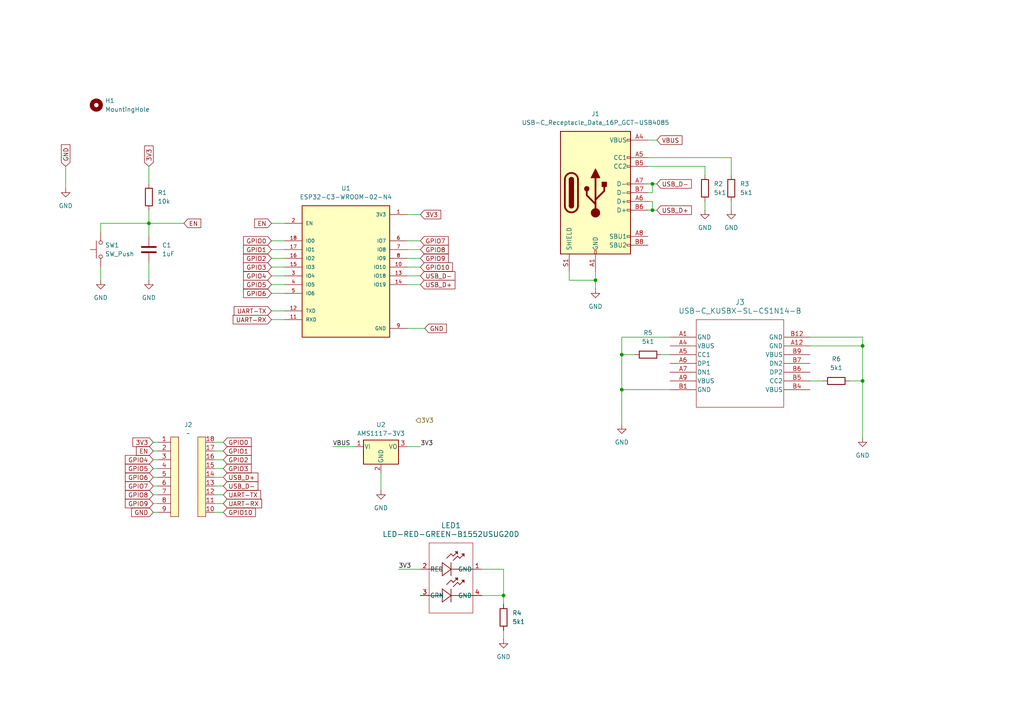
<source format=kicad_sch>
(kicad_sch (version 20231120) (generator "eeschema") (generator_version "8.0")
  (paper "A4")
  (lib_symbols
    (symbol "Alexander Symbol Library:ESP32-C3-WROOM-02-N4" (pin_names (offset 1.016))
      (property "Reference" "U" (at -12.7 21.082 0))
      (property "Value" "ESP32-C3-WROOM-02-N4" (at -13.208 -19.05 0))
      (symbol "ESP32-C3-WROOM-02-N4_0_0"
        (rectangle (start -12.7 20.32) (end 12.7 -17.78) (stroke (width 0.254)) (fill (type background)))
        (pin power_in line (at 17.78 17.78 180) (length 5.08) (name "3V3") (number "1"))
        (pin bidirectional line (at 17.78 2.54 180) (length 5.08) (name "IO10") (number "10"))
        (pin bidirectional line (at -17.78 -12.7 0) (length 5.08) (name "RXD") (number "11"))
        (pin bidirectional line (at -17.78 -10.16 0) (length 5.08) (name "TXD") (number "12"))
        (pin bidirectional line (at 17.78 0 180) (length 5.08) (name "IO18") (number "13"))
        (pin bidirectional line (at 17.78 -2.54 180) (length 5.08) (name "IO19") (number "14"))
        (pin bidirectional line (at -17.78 2.54 0) (length 5.08) (name "IO3") (number "15"))
        (pin bidirectional line (at -17.78 5.08 0) (length 5.08) (name "IO2") (number "16"))
        (pin bidirectional line (at -17.78 7.62 0) (length 5.08) (name "IO1") (number "17"))
        (pin bidirectional line (at -17.78 10.16 0) (length 5.08) (name "IO0") (number "18"))
        (pin power_in line (at 17.78 -15.24 180) (length 5.08) hide (name "GND__1") (number "19"))
        (pin input line (at -17.78 15.24 0) (length 5.08) (name "EN") (number "2"))
        (pin power_in line (at 17.78 -15.24 180) (length 5.08) hide (name "GND__2") (number "20"))
        (pin power_in line (at 17.78 -15.24 180) (length 5.08) hide (name "GND__3") (number "21"))
        (pin power_in line (at 17.78 -15.24 180) (length 5.08) hide (name "GND__4") (number "22"))
        (pin power_in line (at 17.78 -15.24 180) (length 5.08) hide (name "GND__5") (number "23"))
        (pin power_in line (at 17.78 -15.24 180) (length 5.08) hide (name "GND__6") (number "24"))
        (pin power_in line (at 17.78 -15.24 180) (length 5.08) hide (name "GND__7") (number "25"))
        (pin power_in line (at 17.78 -15.24 180) (length 5.08) hide (name "GND__8") (number "26"))
        (pin power_in line (at 17.78 -15.24 180) (length 5.08) hide (name "GND__9") (number "27"))
        (pin power_in line (at 17.78 -15.24 180) (length 5.08) hide (name "GND__10") (number "28"))
        (pin power_in line (at 17.78 -15.24 180) (length 5.08) hide (name "GND__11") (number "29"))
        (pin bidirectional line (at -17.78 0 0) (length 5.08) (name "IO4") (number "3"))
        (pin power_in line (at 17.78 -15.24 180) (length 5.08) hide (name "GND__12") (number "30"))
        (pin power_in line (at 17.78 -15.24 180) (length 5.08) hide (name "GND__13") (number "31"))
        (pin power_in line (at 17.78 -15.24 180) (length 5.08) hide (name "GND__14") (number "32"))
        (pin power_in line (at 17.78 -15.24 180) (length 5.08) hide (name "GND__15") (number "33"))
        (pin power_in line (at 17.78 -15.24 180) (length 5.08) hide (name "GND__16") (number "34"))
        (pin power_in line (at 17.78 -15.24 180) (length 5.08) hide (name "GND__17") (number "35"))
        (pin power_in line (at 17.78 -15.24 180) (length 5.08) hide (name "GND__18") (number "36"))
        (pin power_in line (at 17.78 -15.24 180) (length 5.08) hide (name "GND__19") (number "37"))
        (pin power_in line (at 17.78 -15.24 180) (length 5.08) hide (name "GND__20") (number "38"))
        (pin power_in line (at 17.78 -15.24 180) (length 5.08) hide (name "GND__21") (number "39"))
        (pin bidirectional line (at -17.78 -2.54 0) (length 5.08) (name "IO5") (number "4"))
        (pin bidirectional line (at -17.78 -5.08 0) (length 5.08) (name "IO6") (number "5"))
        (pin bidirectional line (at 17.78 10.16 180) (length 5.08) (name "IO7") (number "6"))
        (pin bidirectional line (at 17.78 7.62 180) (length 5.08) (name "IO8") (number "7"))
        (pin bidirectional line (at 17.78 5.08 180) (length 5.08) (name "IO9") (number "8"))
        (pin power_in line (at 17.78 -15.24 180) (length 5.08) (name "GND") (number "9"))
      )
    )
    (symbol "Alexander Symbol Library:USB-C_Receptacle_Data_16P_GCT-USB4085" (pin_names (offset 1.016))
      (property "Reference" "J" (at 0 22.225 0))
      (property "Value" "USB-C_Receptacle_Data_16P_GCT-USB4085" (at 0 19.685 0))
      (symbol "USB-C_Receptacle_Data_16P_GCT-USB4085_0_0"
        (rectangle (start -0.254 -17.78) (end 0.254 -16.764))
        (rectangle (start 10.16 -14.986) (end 9.144 -15.494))
        (rectangle (start 10.16 -12.446) (end 9.144 -12.954))
        (rectangle (start 10.16 -4.826) (end 9.144 -5.334))
        (rectangle (start 10.16 -2.286) (end 9.144 -2.794))
        (rectangle (start 10.16 0.254) (end 9.144 -0.254))
        (rectangle (start 10.16 2.794) (end 9.144 2.286))
        (rectangle (start 10.16 7.874) (end 9.144 7.366))
        (rectangle (start 10.16 10.414) (end 9.144 9.906))
        (rectangle (start 10.16 15.494) (end 9.144 14.986))
      )
      (symbol "USB-C_Receptacle_Data_16P_GCT-USB4085_0_1"
        (rectangle (start -10.16 17.78) (end 10.16 -17.78) (stroke (width 0.254)) (fill (type background)))
        (arc (start -8.89 -3.81) (mid -6.985 -5.7067) (end -5.08 -3.81) (stroke (width 0.508)))
        (arc (start -7.62 -3.81) (mid -6.985 -4.4423) (end -6.35 -3.81) (stroke (width 0.254)))
        (arc (start -7.62 -3.81) (mid -6.985 -4.4423) (end -6.35 -3.81) (stroke (width 0.254)) (fill (type outline)))
        (rectangle (start -7.62 -3.81) (end -6.35 3.81) (stroke (width 0.254)) (fill (type outline)))
        (arc (start -6.35 3.81) (mid -6.985 4.4423) (end -7.62 3.81) (stroke (width 0.254)))
        (arc (start -6.35 3.81) (mid -6.985 4.4423) (end -7.62 3.81) (stroke (width 0.254)) (fill (type outline)))
        (arc (start -5.08 3.81) (mid -6.985 5.7067) (end -8.89 3.81) (stroke (width 0.508)))
        (circle (center -2.54 1.143) (radius 0.635) (stroke (width 0.254)) (fill (type outline)))
        (circle (center 0 -5.842) (radius 1.27) (fill (type outline)))
        (polyline (pts (xy -8.89 -3.81) (xy -8.89 3.81)) (stroke (width 0.508)))
        (polyline (pts (xy -5.08 3.81) (xy -5.08 -3.81)) (stroke (width 0.508)))
        (polyline (pts (xy 0 -5.842) (xy 0 4.318)) (stroke (width 0.508)))
        (polyline (pts (xy 0 -3.302) (xy -2.54 -0.762) (xy -2.54 0.508)) (stroke (width 0.508)))
        (polyline (pts (xy 0 -2.032) (xy 2.54 0.508) (xy 2.54 1.778)) (stroke (width 0.508)))
        (polyline (pts (xy -1.27 4.318) (xy 0 6.858) (xy 1.27 4.318) (xy -1.27 4.318)) (stroke (width 0.254)) (fill (type outline)))
        (rectangle (start 1.905 1.778) (end 3.175 3.048) (stroke (width 0.254)) (fill (type outline)))
      )
      (symbol "USB-C_Receptacle_Data_16P_GCT-USB4085_1_1"
        (pin power_in line (at 0 -22.86 90) (length 5.08) (name "GND") (number "A1"))
        (pin power_in line (at 0 -22.86 90) (length 5.08) hide (name "GND") (number "A12"))
        (pin power_out line (at 15.24 15.24 180) (length 5.08) (name "VBUS") (number "A4"))
        (pin bidirectional line (at 15.24 10.16 180) (length 5.08) (name "CC1") (number "A5"))
        (pin bidirectional line (at 15.24 -2.54 180) (length 5.08) (name "D+") (number "A6"))
        (pin bidirectional line (at 15.24 2.54 180) (length 5.08) (name "D-") (number "A7"))
        (pin bidirectional line (at 15.24 -12.7 180) (length 5.08) (name "SBU1") (number "A8"))
        (pin power_out line (at 15.24 15.24 180) (length 5.08) hide (name "VBUS") (number "A9"))
        (pin power_in line (at 0 -22.86 90) (length 5.08) hide (name "GND") (number "B1"))
        (pin power_in line (at 0 -22.86 90) (length 5.08) hide (name "GND") (number "B12"))
        (pin power_out line (at 15.24 15.24 180) (length 5.08) hide (name "VBUS") (number "B4"))
        (pin bidirectional line (at 15.24 7.62 180) (length 5.08) (name "CC2") (number "B5"))
        (pin bidirectional line (at 15.24 -5.08 180) (length 5.08) (name "D+") (number "B6"))
        (pin bidirectional line (at 15.24 0 180) (length 5.08) (name "D-") (number "B7"))
        (pin bidirectional line (at 15.24 -15.24 180) (length 5.08) (name "SBU2") (number "B8"))
        (pin passive line (at 15.24 15.24 180) (length 5.08) hide (name "VBUS") (number "B9"))
        (pin power_in line (at -7.62 -22.86 90) (length 5.08) (name "SHIELD") (number "S1"))
        (pin power_in line (at -7.62 -22.86 90) (length 5.08) hide (name "SHIELD") (number "S2"))
        (pin power_in line (at -7.62 -22.86 90) (length 5.08) hide (name "SHIELD") (number "S3"))
        (pin power_in line (at -7.62 -22.86 90) (length 5.08) hide (name "SHIELD") (number "S4"))
      )
    )
    (symbol "Alexander_Library_Symbols:Conn_ESP32-C3-02x09"
      (property "Reference" "J" (at 0 0 0))
      (symbol "Conn_ESP32-C3-02x09_0_1"
        (rectangle (start -5.08 -2.286) (end -2.794 -25.4) (fill (type background)))
        (rectangle (start 2.794 -2.286) (end 5.08 -25.4) (fill (type background)))
      )
      (symbol "Conn_ESP32-C3-02x09_1_0"
        (pin bidirectional line (at 7.62 -24.13 180) (length 2.54) (name "") (number "10"))
        (pin bidirectional line (at 7.62 -21.59 180) (length 2.54) (name "") (number "11"))
        (pin bidirectional line (at 7.62 -19.05 180) (length 2.54) (name "") (number "12"))
        (pin bidirectional line (at 7.62 -16.51 180) (length 2.54) (name "") (number "13"))
        (pin bidirectional line (at 7.62 -13.97 180) (length 2.54) (name "") (number "14"))
        (pin bidirectional line (at 7.62 -11.43 180) (length 2.54) (name "") (number "15"))
        (pin bidirectional line (at 7.62 -8.89 180) (length 2.54) (name "") (number "16"))
        (pin bidirectional line (at 7.62 -6.35 180) (length 2.54) (name "") (number "17"))
        (pin bidirectional line (at 7.62 -3.81 180) (length 2.54) (name "") (number "18"))
      )
      (symbol "Conn_ESP32-C3-02x09_1_1"
        (pin bidirectional line (at -8.89 -3.81 0) (length 3.81) (name "") (number "1"))
        (pin bidirectional line (at -8.89 -6.35 0) (length 3.81) (name "") (number "2"))
        (pin bidirectional line (at -8.89 -8.89 0) (length 3.81) (name "") (number "3"))
        (pin bidirectional line (at -8.89 -11.43 0) (length 3.81) (name "") (number "4"))
        (pin bidirectional line (at -8.89 -13.97 0) (length 3.81) (name "") (number "5"))
        (pin bidirectional line (at -8.89 -16.51 0) (length 3.81) (name "") (number "6"))
        (pin bidirectional line (at -8.89 -19.05 0) (length 3.81) (name "") (number "7"))
        (pin bidirectional line (at -8.89 -21.59 0) (length 3.81) (name "") (number "8"))
        (pin bidirectional line (at -8.89 -24.13 0) (length 3.81) (name "") (number "9"))
      )
    )
    (symbol "Alexander_Library_Symbols:LED-RED-GREEN-B1552USUG20D" (pin_names (offset 0.254))
      (property "Reference" "LED" (at 8.89 20.955 0))
      (property "Value" "LED-RED-GREEN-B1552USUG20D" (at 8.89 17.78 0))
      (symbol "LED-RED-GREEN-B1552USUG20D_0_1"
        (polyline (pts (xy 2.54 -12.7) (xy 15.24 -12.7)) (stroke (width 0.127)))
        (polyline (pts (xy 2.54 -7.62) (xy 6.0198 -7.62)) (stroke (width 0.2032)))
        (polyline (pts (xy 2.54 0) (xy 6.0198 0)) (stroke (width 0.2032)))
        (polyline (pts (xy 2.54 7.62) (xy 2.54 -12.7)) (stroke (width 0.127)))
        (polyline (pts (xy 5.715 -7.62) (xy 6.35 -7.62)) (stroke (width 0.2032)))
        (polyline (pts (xy 5.715 0) (xy 6.35 0)) (stroke (width 0.2032)))
        (polyline (pts (xy 6.35 -9.525) (xy 8.89 -7.62)) (stroke (width 0.2032)))
        (polyline (pts (xy 6.35 -5.715) (xy 6.35 -9.525)) (stroke (width 0.2032)))
        (polyline (pts (xy 6.35 -1.905) (xy 8.89 0)) (stroke (width 0.2032)))
        (polyline (pts (xy 6.35 1.905) (xy 6.35 -1.905)) (stroke (width 0.2032)))
        (polyline (pts (xy 7.62 -4.445) (xy 8.89 -3.175)) (stroke (width 0.2032)))
        (polyline (pts (xy 7.62 3.175) (xy 8.89 4.445)) (stroke (width 0.2032)))
        (polyline (pts (xy 8.89 -9.525) (xy 8.89 -5.715)) (stroke (width 0.2032)))
        (polyline (pts (xy 8.89 -7.62) (xy 6.35 -5.715)) (stroke (width 0.2032)))
        (polyline (pts (xy 8.89 -7.62) (xy 15.24 -7.62)) (stroke (width 0.2032)))
        (polyline (pts (xy 8.89 -3.175) (xy 9.525 -3.81)) (stroke (width 0.2032)))
        (polyline (pts (xy 8.89 -1.905) (xy 8.89 1.905)) (stroke (width 0.2032)))
        (polyline (pts (xy 8.89 0) (xy 6.35 1.905)) (stroke (width 0.2032)))
        (polyline (pts (xy 8.89 0) (xy 15.24 0)) (stroke (width 0.2032)))
        (polyline (pts (xy 8.89 4.445) (xy 9.525 3.81)) (stroke (width 0.2032)))
        (polyline (pts (xy 9.525 -5.08) (xy 10.795 -3.81)) (stroke (width 0.2032)))
        (polyline (pts (xy 9.525 -3.81) (xy 10.795 -2.54)) (stroke (width 0.2032)))
        (polyline (pts (xy 9.525 2.54) (xy 10.795 3.81)) (stroke (width 0.2032)))
        (polyline (pts (xy 9.525 3.81) (xy 10.795 5.08)) (stroke (width 0.2032)))
        (polyline (pts (xy 10.16 -2.54) (xy 10.795 -3.175)) (stroke (width 0.2032)))
        (polyline (pts (xy 10.16 5.08) (xy 10.795 4.445)) (stroke (width 0.2032)))
        (polyline (pts (xy 10.795 -3.81) (xy 11.43 -4.445)) (stroke (width 0.2032)))
        (polyline (pts (xy 10.795 -3.175) (xy 10.795 -2.54)) (stroke (width 0.2032)))
        (polyline (pts (xy 10.795 -2.54) (xy 10.16 -2.54)) (stroke (width 0.2032)))
        (polyline (pts (xy 10.795 3.81) (xy 11.43 3.175)) (stroke (width 0.2032)))
        (polyline (pts (xy 10.795 4.445) (xy 10.795 5.08)) (stroke (width 0.2032)))
        (polyline (pts (xy 10.795 5.08) (xy 10.16 5.08)) (stroke (width 0.2032)))
        (polyline (pts (xy 11.43 -4.445) (xy 12.7 -3.175)) (stroke (width 0.2032)))
        (polyline (pts (xy 11.43 3.175) (xy 12.7 4.445)) (stroke (width 0.2032)))
        (polyline (pts (xy 12.065 -3.175) (xy 12.7 -3.81)) (stroke (width 0.2032)))
        (polyline (pts (xy 12.065 4.445) (xy 12.7 3.81)) (stroke (width 0.2032)))
        (polyline (pts (xy 12.7 -3.81) (xy 12.7 -3.175)) (stroke (width 0.2032)))
        (polyline (pts (xy 12.7 -3.175) (xy 12.065 -3.175)) (stroke (width 0.2032)))
        (polyline (pts (xy 12.7 3.81) (xy 12.7 4.445)) (stroke (width 0.2032)))
        (polyline (pts (xy 12.7 4.445) (xy 12.065 4.445)) (stroke (width 0.2032)))
        (polyline (pts (xy 15.24 -12.7) (xy 15.24 7.62)) (stroke (width 0.127)))
        (polyline (pts (xy 15.24 7.62) (xy 2.54 7.62)) (stroke (width 0.127)))
        (pin power_in line (at 17.78 0 180) (length 2.54) (name "GND") (number "1"))
        (pin power_out line (at 0 0 0) (length 2.54) (name "RED") (number "2"))
        (pin power_in line (at 0 -7.62 0) (length 2.54) (name "GRN") (number "3"))
        (pin power_out line (at 17.78 -7.62 180) (length 2.54) (name "GND") (number "4"))
      )
    )
    (symbol "Alexander_Library_Symbols:USB-C_KUSBX-SL-CS1N14-B" (pin_names (offset 0.254))
      (property "Reference" "J" (at 20.32 10.16 0))
      (property "Value" "USB-C_KUSBX-SL-CS1N14-B" (at 20.32 7.62 0))
      (symbol "USB-C_KUSBX-SL-CS1N14-B_0_1"
        (polyline (pts (xy 7.62 -20.32) (xy 33.02 -20.32)) (stroke (width 0.127)))
        (polyline (pts (xy 7.62 5.08) (xy 7.62 -20.32)) (stroke (width 0.127)))
        (polyline (pts (xy 33.02 -20.32) (xy 33.02 5.08)) (stroke (width 0.127)))
        (polyline (pts (xy 33.02 5.08) (xy 7.62 5.08)) (stroke (width 0.127)))
        (pin power_out line (at 0 0 0) (length 7.62) (name "GND") (number "A1"))
        (pin power_out line (at 40.64 -2.54 180) (length 7.62) (name "GND") (number "A12"))
        (pin power_in line (at 0 -2.54 0) (length 7.62) (name "VBUS") (number "A4"))
        (pin bidirectional line (at 0 -5.08 0) (length 7.62) (name "CC1") (number "A5"))
        (pin bidirectional line (at 0 -7.62 0) (length 7.62) (name "DP1") (number "A6"))
        (pin bidirectional line (at 0 -10.16 0) (length 7.62) (name "DN1") (number "A7"))
        (pin power_in line (at 0 -12.7 0) (length 7.62) (name "VBUS") (number "A9"))
        (pin power_out line (at 0 -15.24 0) (length 7.62) (name "GND") (number "B1"))
        (pin power_out line (at 40.64 0 180) (length 7.62) (name "GND") (number "B12"))
        (pin power_in line (at 40.64 -15.24 180) (length 7.62) (name "VBUS") (number "B4"))
        (pin bidirectional line (at 40.64 -12.7 180) (length 7.62) (name "CC2") (number "B5"))
        (pin bidirectional line (at 40.64 -10.16 180) (length 7.62) (name "DP2") (number "B6"))
        (pin bidirectional line (at 40.64 -7.62 180) (length 7.62) (name "DN2") (number "B7"))
        (pin power_in line (at 40.64 -5.08 180) (length 7.62) (name "VBUS") (number "B9"))
      )
    )
    (symbol "Device:C" (pin_numbers hide) (pin_names (offset 0.254))
      (property "Reference" "C" (at 0.635 2.54 0))
      (property "Value" "C" (at 0.635 -2.54 0))
      (symbol "C_0_1"
        (polyline (pts (xy -2.032 -0.762) (xy 2.032 -0.762)) (stroke (width 0.508)))
        (polyline (pts (xy -2.032 0.762) (xy 2.032 0.762)) (stroke (width 0.508)))
      )
      (symbol "C_1_1"
        (pin passive line (at 0 3.81 270) (length 2.794) (name "~") (number "1"))
        (pin passive line (at 0 -3.81 90) (length 2.794) (name "~") (number "2"))
      )
    )
    (symbol "Device:R" (pin_numbers hide) (pin_names (offset 0))
      (property "Reference" "R" (at 2.032 0 90))
      (property "Value" "R" (at 0 0 90))
      (symbol "R_0_1"
        (rectangle (start -1.016 -2.54) (end 1.016 2.54) (stroke (width 0.254)))
      )
      (symbol "R_1_1"
        (pin passive line (at 0 3.81 270) (length 1.27) (name "~") (number "1"))
        (pin passive line (at 0 -3.81 90) (length 1.27) (name "~") (number "2"))
      )
    )
    (symbol "Mechanical:MountingHole" (pin_names (offset 1.016))
      (property "Reference" "H" (at 0 5.08 0))
      (property "Value" "MountingHole" (at 0 3.175 0))
      (symbol "MountingHole_0_1"
        (circle (center 0 0) (radius 1.27) (stroke (width 1.27)))
      )
    )
    (symbol "Regulator_Linear:LM78M05_TO220" (pin_names (offset 0.254))
      (property "Reference" "U" (at -3.81 3.175 0))
      (property "Value" "LM78M05_TO220" (at 0 3.175 0))
      (symbol "LM78M05_TO220_0_1"
        (rectangle (start -5.08 1.905) (end 5.08 -5.08) (stroke (width 0.254)) (fill (type background)))
      )
      (symbol "LM78M05_TO220_1_1"
        (pin power_in line (at -7.62 0 0) (length 2.54) (name "VI") (number "1"))
        (pin power_in line (at 0 -7.62 90) (length 2.54) (name "GND") (number "2"))
        (pin power_out line (at 7.62 0 180) (length 2.54) (name "VO") (number "3"))
      )
    )
    (symbol "Switch:SW_Push" (pin_numbers hide) (pin_names (offset 1.016) hide)
      (property "Reference" "SW" (at 1.27 2.54 0))
      (property "Value" "SW_Push" (at 0 -1.524 0))
      (symbol "SW_Push_0_1"
        (circle (center -2.032 0) (radius 0.508))
        (polyline (pts (xy 0 1.27) (xy 0 3.048)))
        (polyline (pts (xy 2.54 1.27) (xy -2.54 1.27)))
        (circle (center 2.032 0) (radius 0.508))
        (pin passive line (at -5.08 0 0) (length 2.54) (name "1") (number "1"))
        (pin passive line (at 5.08 0 180) (length 2.54) (name "2") (number "2"))
      )
    )
    (symbol "power:GND" (power) (pin_numbers hide) (pin_names (offset 0) hide)
      (property "Value" "GND" (at 0 -3.81 0))
      (symbol "GND_0_1"
        (polyline (pts (xy 0 0) (xy 0 -1.27) (xy 1.27 -1.27) (xy 0 -2.54) (xy -1.27 -1.27) (xy 0 -1.27)))
      )
      (symbol "GND_1_1"
        (pin power_in line (at 0 0 270) (length 0) (name "~") (number "1"))
      )
    )
  )
  (junction (at 146.05 172.72))
  (junction (at 250.19 110.49))
  (junction (at 180.34 102.87))
  (junction (at 172.72 81.28))
  (junction (at 43.18 64.77))
  (junction (at 189.23 60.96))
  (junction (at 250.19 100.33))
  (junction (at 180.34 113.03))
  (junction (at 189.23 53.34))
  (wire (pts (xy 246.38 110.49) (xy 250.19 110.49)))
  (wire (pts (xy 62.23 146.05) (xy 64.77 146.05)))
  (wire (pts (xy 44.45 128.27) (xy 45.72 128.27)))
  (wire (pts (xy 234.95 97.79) (xy 250.19 97.79)))
  (wire (pts (xy 44.45 138.43) (xy 45.72 138.43)))
  (wire (pts (xy 110.49 137.16) (xy 110.49 142.24)))
  (wire (pts (xy 139.7 165.1) (xy 146.05 165.1)))
  (wire (pts (xy 29.21 67.31) (xy 29.21 64.77)))
  (wire (pts (xy 62.23 138.43) (xy 64.77 138.43)))
  (wire (pts (xy 44.45 130.81) (xy 45.72 130.81)))
  (wire (pts (xy 165.1 78.74) (xy 165.1 81.28)))
  (wire (pts (xy 118.11 77.47) (xy 121.92 77.47)))
  (wire (pts (xy 78.74 80.01) (xy 82.55 80.01)))
  (wire (pts (xy 62.23 128.27) (xy 64.77 128.27)))
  (wire (pts (xy 187.96 53.34) (xy 189.23 53.34)))
  (wire (pts (xy 187.96 58.42) (xy 189.23 58.42)))
  (wire (pts (xy 78.74 72.39) (xy 82.55 72.39)))
  (wire (pts (xy 204.47 58.42) (xy 204.47 60.96)))
  (wire (pts (xy 146.05 165.1) (xy 146.05 172.72)))
  (wire (pts (xy 204.47 48.26) (xy 204.47 50.8)))
  (wire (pts (xy 250.19 97.79) (xy 250.19 100.33)))
  (wire (pts (xy 180.34 102.87) (xy 184.15 102.87)))
  (wire (pts (xy 78.74 85.09) (xy 82.55 85.09)))
  (wire (pts (xy 180.34 102.87) (xy 180.34 97.79)))
  (wire (pts (xy 180.34 113.03) (xy 180.34 102.87)))
  (wire (pts (xy 19.05 48.26) (xy 19.05 54.61)))
  (wire (pts (xy 146.05 182.88) (xy 146.05 185.42)))
  (wire (pts (xy 212.09 58.42) (xy 212.09 60.96)))
  (wire (pts (xy 62.23 133.35) (xy 64.77 133.35)))
  (wire (pts (xy 96.52 129.54) (xy 102.87 129.54)))
  (wire (pts (xy 78.74 69.85) (xy 82.55 69.85)))
  (wire (pts (xy 189.23 53.34) (xy 190.5 53.34)))
  (wire (pts (xy 44.45 148.59) (xy 45.72 148.59)))
  (wire (pts (xy 43.18 64.77) (xy 43.18 60.96)))
  (wire (pts (xy 78.74 82.55) (xy 82.55 82.55)))
  (wire (pts (xy 212.09 45.72) (xy 212.09 50.8)))
  (wire (pts (xy 78.74 90.17) (xy 82.55 90.17)))
  (wire (pts (xy 187.96 40.64) (xy 190.5 40.64)))
  (wire (pts (xy 43.18 48.26) (xy 43.18 53.34)))
  (wire (pts (xy 118.11 82.55) (xy 121.92 82.55)))
  (wire (pts (xy 187.96 55.88) (xy 189.23 55.88)))
  (wire (pts (xy 172.72 81.28) (xy 172.72 83.82)))
  (wire (pts (xy 43.18 64.77) (xy 53.34 64.77)))
  (wire (pts (xy 187.96 60.96) (xy 189.23 60.96)))
  (wire (pts (xy 146.05 172.72) (xy 146.05 175.26)))
  (wire (pts (xy 118.11 62.23) (xy 121.92 62.23)))
  (wire (pts (xy 250.19 110.49) (xy 250.19 127)))
  (wire (pts (xy 187.96 45.72) (xy 212.09 45.72)))
  (wire (pts (xy 118.11 69.85) (xy 121.92 69.85)))
  (wire (pts (xy 189.23 58.42) (xy 189.23 60.96)))
  (wire (pts (xy 118.11 95.25) (xy 123.19 95.25)))
  (wire (pts (xy 29.21 64.77) (xy 43.18 64.77)))
  (wire (pts (xy 250.19 100.33) (xy 250.19 110.49)))
  (wire (pts (xy 44.45 133.35) (xy 45.72 133.35)))
  (wire (pts (xy 191.77 102.87) (xy 194.31 102.87)))
  (wire (pts (xy 62.23 135.89) (xy 64.77 135.89)))
  (wire (pts (xy 44.45 143.51) (xy 45.72 143.51)))
  (wire (pts (xy 118.11 72.39) (xy 121.92 72.39)))
  (wire (pts (xy 234.95 110.49) (xy 238.76 110.49)))
  (wire (pts (xy 118.11 74.93) (xy 121.92 74.93)))
  (wire (pts (xy 29.21 77.47) (xy 29.21 81.28)))
  (wire (pts (xy 180.34 123.19) (xy 180.34 113.03)))
  (wire (pts (xy 44.45 146.05) (xy 45.72 146.05)))
  (wire (pts (xy 78.74 74.93) (xy 82.55 74.93)))
  (wire (pts (xy 78.74 77.47) (xy 82.55 77.47)))
  (wire (pts (xy 62.23 148.59) (xy 64.77 148.59)))
  (wire (pts (xy 187.96 48.26) (xy 204.47 48.26)))
  (wire (pts (xy 118.11 129.54) (xy 121.92 129.54)))
  (wire (pts (xy 44.45 135.89) (xy 45.72 135.89)))
  (wire (pts (xy 44.45 140.97) (xy 45.72 140.97)))
  (wire (pts (xy 165.1 81.28) (xy 172.72 81.28)))
  (wire (pts (xy 62.23 140.97) (xy 64.77 140.97)))
  (wire (pts (xy 62.23 143.51) (xy 64.77 143.51)))
  (wire (pts (xy 118.11 80.01) (xy 121.92 80.01)))
  (wire (pts (xy 43.18 76.2) (xy 43.18 81.28)))
  (wire (pts (xy 234.95 100.33) (xy 250.19 100.33)))
  (wire (pts (xy 139.7 172.72) (xy 146.05 172.72)))
  (wire (pts (xy 189.23 55.88) (xy 189.23 53.34)))
  (wire (pts (xy 43.18 64.77) (xy 43.18 68.58)))
  (wire (pts (xy 78.74 92.71) (xy 82.55 92.71)))
  (wire (pts (xy 115.57 165.1) (xy 121.92 165.1)))
  (wire (pts (xy 62.23 130.81) (xy 64.77 130.81)))
  (wire (pts (xy 189.23 60.96) (xy 190.5 60.96)))
  (wire (pts (xy 172.72 78.74) (xy 172.72 81.28)))
  (wire (pts (xy 78.74 64.77) (xy 82.55 64.77)))
  (wire (pts (xy 180.34 97.79) (xy 194.31 97.79)))
  (wire (pts (xy 180.34 113.03) (xy 194.31 113.03)))
  (label "3V3" (at 115.57 165.1 0))
  (label "VBUS" (at 96.52 129.54 0))
  (label "3V3" (at 121.92 129.54 0))
  (global_label "USB_D-" (shape input) (at 64.77 140.97 0) (property "Intersheetrefs" "${INTERSHEET_REFS}" (effects (hide yes))))
  (global_label "GPIO0" (shape input) (at 64.77 128.27 0) (property "Intersheetrefs" "${INTERSHEET_REFS}" (effects (hide yes))))
  (global_label "GPIO8" (shape input) (at 44.45 143.51 180) (property "Intersheetrefs" "${INTERSHEET_REFS}" (effects (hide yes))))
  (global_label "GPIO6" (shape input) (at 44.45 138.43 180) (property "Intersheetrefs" "${INTERSHEET_REFS}" (effects (hide yes))))
  (global_label "GPIO9" (shape input) (at 121.92 74.93 0) (property "Intersheetrefs" "${INTERSHEET_REFS}" (effects (hide yes))))
  (global_label "GPIO2" (shape input) (at 78.74 74.93 180) (property "Intersheetrefs" "${INTERSHEET_REFS}" (effects (hide yes))))
  (global_label "EN" (shape input) (at 78.74 64.77 180) (property "Intersheetrefs" "${INTERSHEET_REFS}" (effects (hide yes))))
  (global_label "GPIO0" (shape input) (at 78.74 69.85 180) (property "Intersheetrefs" "${INTERSHEET_REFS}" (effects (hide yes))))
  (global_label "3V3" (shape input) (at 44.45 128.27 180) (property "Intersheetrefs" "${INTERSHEET_REFS}" (effects (hide yes))))
  (global_label "USB_D-" (shape input) (at 190.5 53.34 0) (property "Intersheetrefs" "${INTERSHEET_REFS}" (effects (hide yes))))
  (global_label "3V3" (shape input) (at 43.18 48.26 90) (property "Intersheetrefs" "${INTERSHEET_REFS}" (effects (hide yes))))
  (global_label "GND" (shape input) (at 123.19 95.25 0) (property "Intersheetrefs" "${INTERSHEET_REFS}" (effects (hide yes))))
  (global_label "EN" (shape input) (at 44.45 130.81 180) (property "Intersheetrefs" "${INTERSHEET_REFS}" (effects (hide yes))))
  (global_label "USB_D+" (shape input) (at 64.77 138.43 0) (property "Intersheetrefs" "${INTERSHEET_REFS}" (effects (hide yes))))
  (global_label "GPIO8" (shape input) (at 121.92 72.39 0) (property "Intersheetrefs" "${INTERSHEET_REFS}" (effects (hide yes))))
  (global_label "GPIO10" (shape input) (at 121.92 77.47 0) (property "Intersheetrefs" "${INTERSHEET_REFS}" (effects (hide yes))))
  (global_label "GPIO9" (shape input) (at 44.45 146.05 180) (property "Intersheetrefs" "${INTERSHEET_REFS}" (effects (hide yes))))
  (global_label "GPIO1" (shape input) (at 78.74 72.39 180) (property "Intersheetrefs" "${INTERSHEET_REFS}" (effects (hide yes))))
  (global_label "GPIO7" (shape input) (at 44.45 140.97 180) (property "Intersheetrefs" "${INTERSHEET_REFS}" (effects (hide yes))))
  (global_label "USB_D+" (shape input) (at 190.5 60.96 0) (property "Intersheetrefs" "${INTERSHEET_REFS}" (effects (hide yes))))
  (global_label "GPIO4" (shape input) (at 78.74 80.01 180) (property "Intersheetrefs" "${INTERSHEET_REFS}" (effects (hide yes))))
  (global_label "GPIO3" (shape input) (at 78.74 77.47 180) (property "Intersheetrefs" "${INTERSHEET_REFS}" (effects (hide yes))))
  (global_label "GPIO10" (shape input) (at 64.77 148.59 0) (property "Intersheetrefs" "${INTERSHEET_REFS}" (effects (hide yes))))
  (global_label "EN" (shape input) (at 53.34 64.77 0) (property "Intersheetrefs" "${INTERSHEET_REFS}" (effects (hide yes))))
  (global_label "USB_D+" (shape input) (at 121.92 82.55 0) (property "Intersheetrefs" "${INTERSHEET_REFS}" (effects (hide yes))))
  (global_label "GPIO5" (shape input) (at 44.45 135.89 180) (property "Intersheetrefs" "${INTERSHEET_REFS}" (effects (hide yes))))
  (global_label "UART-RX" (shape input) (at 78.74 92.71 180) (property "Intersheetrefs" "${INTERSHEET_REFS}" (effects (hide yes))))
  (global_label "UART-TX" (shape input) (at 78.74 90.17 180) (property "Intersheetrefs" "${INTERSHEET_REFS}" (effects (hide yes))))
  (global_label "UART-RX" (shape input) (at 64.77 146.05 0) (property "Intersheetrefs" "${INTERSHEET_REFS}" (effects (hide yes))))
  (global_label "GPIO5" (shape input) (at 78.74 82.55 180) (property "Intersheetrefs" "${INTERSHEET_REFS}" (effects (hide yes))))
  (global_label "USB_D-" (shape input) (at 121.92 80.01 0) (property "Intersheetrefs" "${INTERSHEET_REFS}" (effects (hide yes))))
  (global_label "GND" (shape input) (at 19.05 48.26 90) (property "Intersheetrefs" "${INTERSHEET_REFS}" (effects (hide yes))))
  (global_label "GPIO1" (shape input) (at 64.77 130.81 0) (property "Intersheetrefs" "${INTERSHEET_REFS}" (effects (hide yes))))
  (global_label "GPIO6" (shape input) (at 78.74 85.09 180) (property "Intersheetrefs" "${INTERSHEET_REFS}" (effects (hide yes))))
  (global_label "GPIO3" (shape input) (at 64.77 135.89 0) (property "Intersheetrefs" "${INTERSHEET_REFS}" (effects (hide yes))))
  (global_label "GPIO4" (shape input) (at 44.45 133.35 180) (property "Intersheetrefs" "${INTERSHEET_REFS}" (effects (hide yes))))
  (global_label "VBUS" (shape input) (at 190.5 40.64 0) (property "Intersheetrefs" "${INTERSHEET_REFS}" (effects (hide yes))))
  (global_label "GND" (shape input) (at 44.45 148.59 180) (property "Intersheetrefs" "${INTERSHEET_REFS}" (effects (hide yes))))
  (global_label "GPIO2" (shape input) (at 64.77 133.35 0) (property "Intersheetrefs" "${INTERSHEET_REFS}" (effects (hide yes))))
  (global_label "GPIO7" (shape input) (at 121.92 69.85 0) (property "Intersheetrefs" "${INTERSHEET_REFS}" (effects (hide yes))))
  (global_label "3V3" (shape input) (at 121.92 62.23 0) (property "Intersheetrefs" "${INTERSHEET_REFS}" (effects (hide yes))))
  (global_label "UART-TX" (shape input) (at 64.77 143.51 0) (property "Intersheetrefs" "${INTERSHEET_REFS}" (effects (hide yes))))
  (hierarchical_label "3V3" (shape input) (at 120.65 121.92 0))
  (symbol (lib_id "Alexander_Library_Symbols:Conn_ESP32-C3-02x09") (at 54.61 124.46 0) (unit 1)
    (property "Reference" "J2" (at 54.61 123.19 0))
    (property "Value" "~" (at 54.61 125.73 0))
    (property "Footprint" "Alexander Footprint Library:Conn_ESP32-C3-WROOM-02" (effects (hide yes)))
  )
  (symbol (lib_id "Device:R") (at 43.18 57.15 0) (unit 1)
    (property "Reference" "R1" (at 45.72 55.8799 0) (effects (justify left)))
    (property "Value" "10k" (at 45.72 58.4199 0) (effects (justify left)))
    (property "Footprint" "Resistor_SMD:R_1206_3216Metric_Pad1.30x1.75mm_HandSolder" (effects (hide yes)))
    (property "Description" "Resistor" (effects (hide yes)))
  )
  (symbol (lib_id "Device:R") (at 242.57 110.49 270) (unit 1)
    (property "Reference" "R6" (at 242.57 104.14 90))
    (property "Value" "5k1" (at 242.57 106.68 90))
    (property "Footprint" "Resistor_SMD:R_1206_3216Metric_Pad1.30x1.75mm_HandSolder" (effects (hide yes)))
    (property "Description" "Resistor" (effects (hide yes)))
  )
  (symbol (lib_id "Device:R") (at 187.96 102.87 270) (unit 1)
    (property "Reference" "R5" (at 187.96 96.52 90))
    (property "Value" "5k1" (at 187.96 99.06 90))
    (property "Footprint" "Resistor_SMD:R_1206_3216Metric_Pad1.30x1.75mm_HandSolder" (effects (hide yes)))
    (property "Description" "Resistor" (effects (hide yes)))
  )
  (symbol (lib_id "Device:R") (at 204.47 54.61 180) (unit 1) (on_board no)
    (property "Reference" "R2" (at 207.01 53.3399 0) (effects (justify right)))
    (property "Value" "5k1" (at 207.01 55.8799 0) (effects (justify right)))
    (property "Footprint" "Resistor_SMD:R_1206_3216Metric_Pad1.30x1.75mm_HandSolder" (effects (hide yes)))
    (property "Description" "Resistor" (effects (hide yes)))
  )
  (symbol (lib_id "power:GND") (at 29.21 81.28 0) (unit 1)
    (property "Reference" "#PWR08" (effects (hide yes)))
    (property "Value" "GND" (at 29.21 86.36 0))
    (property "Description" "Power symbol creates a global label with name \"GND\" , ground" (effects (hide yes)))
  )
  (symbol (lib_id "Alexander Symbol Library:ESP32-C3-WROOM-02-N4") (at 100.33 80.01 0) (unit 1)
    (property "Reference" "U1" (at 100.33 54.61 0))
    (property "Value" "ESP32-C3-WROOM-02-N4" (at 100.33 57.15 0))
    (property "Footprint" "Alexander Footprint Library:ESP32-C3-WROOM-02-H4" (effects (hide yes)))
    (property "MP" "ESP32-C3-WROOM-02-H4" (effects (hide yes)))
  )
  (symbol (lib_id "power:GND") (at 43.18 81.28 0) (unit 1)
    (property "Reference" "#PWR07" (effects (hide yes)))
    (property "Value" "GND" (at 43.18 86.36 0))
    (property "Description" "Power symbol creates a global label with name \"GND\" , ground" (effects (hide yes)))
  )
  (symbol (lib_id "Device:R") (at 146.05 179.07 180) (unit 1)
    (property "Reference" "R4" (at 148.59 177.7999 0) (effects (justify right)))
    (property "Value" "5k1" (at 148.59 180.3399 0) (effects (justify right)))
    (property "Footprint" "Resistor_SMD:R_1206_3216Metric_Pad1.30x1.75mm_HandSolder" (effects (hide yes)))
    (property "Description" "Resistor" (effects (hide yes)))
  )
  (symbol (lib_id "Regulator_Linear:LM78M05_TO220") (at 110.49 129.54 0) (unit 1)
    (property "Reference" "U2" (at 110.49 123.19 0))
    (property "Value" "AMS1117-3V3" (at 110.49 125.73 0))
    (property "Footprint" "Package_TO_SOT_SMD:SOT-223-3_TabPin2" (effects (hide yes)))
    (property "Datasheet" "https://www.onsemi.com/pub/Collateral/MC78M00-D.PDF" (effects (hide yes)))
  )
  (symbol (lib_id "power:GND") (at 172.72 83.82 0) (unit 1)
    (property "Reference" "#PWR04" (effects (hide yes)))
    (property "Value" "GND" (at 172.72 88.9 0))
    (property "Description" "Power symbol creates a global label with name \"GND\" , ground" (effects (hide yes)))
  )
  (symbol (lib_id "Switch:SW_Push") (at 29.21 72.39 90) (unit 1)
    (property "Reference" "SW1" (at 30.48 71.1199 90) (effects (justify right)))
    (property "Value" "SW_Push" (at 30.48 73.6599 90) (effects (justify right)))
    (property "Footprint" "Alexander Footprint Library:SW_SPST_6x3" (effects (hide yes)))
    (property "Description" "Push button switch, generic, two pins" (effects (hide yes)))
  )
  (symbol (lib_id "power:GND") (at 19.05 54.61 0) (unit 1)
    (property "Reference" "#PWR01" (effects (hide yes)))
    (property "Value" "GND" (at 19.05 59.69 0))
    (property "Description" "Power symbol creates a global label with name \"GND\" , ground" (effects (hide yes)))
  )
  (symbol (lib_id "Alexander_Library_Symbols:USB-C_KUSBX-SL-CS1N14-B") (at 194.31 97.79 0) (unit 1)
    (property "Reference" "J3" (at 214.63 87.63 0) (effects (font (size 1.524 1.524))))
    (property "Value" "USB-C_KUSBX-SL-CS1N14-B" (at 214.63 90.17 0) (effects (font (size 1.524 1.524))))
    (property "Footprint" "Alexander Footprint Library:USB-C_KUSBX-SL-CS1N14-B_KYC" (effects (hide yes)))
    (property "Datasheet" "KUSBX-SL-CS1N14-B" (effects (hide yes)))
  )
  (symbol (lib_id "power:GND") (at 212.09 60.96 0) (unit 1)
    (property "Reference" "#PWR06" (effects (hide yes)))
    (property "Value" "GND" (at 212.09 66.04 0))
    (property "Description" "Power symbol creates a global label with name \"GND\" , ground" (effects (hide yes)))
  )
  (symbol (lib_id "power:GND") (at 204.47 60.96 0) (unit 1)
    (property "Reference" "#PWR05" (effects (hide yes)))
    (property "Value" "GND" (at 204.47 66.04 0))
    (property "Description" "Power symbol creates a global label with name \"GND\" , ground" (effects (hide yes)))
  )
  (symbol (lib_id "Alexander_Library_Symbols:LED-RED-GREEN-B1552USUG20D") (at 121.92 165.1 0) (unit 1)
    (property "Reference" "LED1" (at 130.81 152.4 0) (effects (font (size 1.524 1.524))))
    (property "Value" "LED-RED-GREEN-B1552USUG20D" (at 130.81 154.94 0) (effects (font (size 1.524 1.524))))
    (property "Footprint" "Alexander Footprint Library:B1552_HVK-M" (effects (hide yes)))
    (property "Datasheet" "B1552USUG20D000113U1930" (effects (hide yes)))
  )
  (symbol (lib_id "Alexander Symbol Library:USB-C_Receptacle_Data_16P_GCT-USB4085") (at 172.72 55.88 0) (unit 1) (on_board no)
    (property "Reference" "J1" (at 172.72 33.02 0))
    (property "Value" "USB-C_Receptacle_Data_16P_GCT-USB4085" (at 172.72 35.56 0))
    (property "Footprint" "Alexander Footprint Library:USB-C GCT CONN16_USB4085-GF-A" (effects (hide yes)))
  )
  (symbol (lib_id "power:GND") (at 110.49 142.24 0) (unit 1)
    (property "Reference" "#PWR02" (effects (hide yes)))
    (property "Value" "GND" (at 110.49 147.32 0))
    (property "Description" "Power symbol creates a global label with name \"GND\" , ground" (effects (hide yes)))
  )
  (symbol (lib_id "power:GND") (at 146.05 185.42 0) (unit 1)
    (property "Reference" "#PWR03" (effects (hide yes)))
    (property "Value" "GND" (at 146.05 190.5 0))
    (property "Description" "Power symbol creates a global label with name \"GND\" , ground" (effects (hide yes)))
  )
  (symbol (lib_id "Device:R") (at 212.09 54.61 180) (unit 1) (on_board no)
    (property "Reference" "R3" (at 214.63 53.3399 0) (effects (justify right)))
    (property "Value" "5k1" (at 214.63 55.8799 0) (effects (justify right)))
    (property "Footprint" "Resistor_SMD:R_1206_3216Metric_Pad1.30x1.75mm_HandSolder" (effects (hide yes)))
    (property "Description" "Resistor" (effects (hide yes)))
  )
  (symbol (lib_id "Device:C") (at 43.18 72.39 0) (unit 1)
    (property "Reference" "C1" (at 46.99 71.1199 0) (effects (justify left)))
    (property "Value" "1uF" (at 46.99 73.6599 0) (effects (justify left)))
    (property "Footprint" "Resistor_SMD:R_0612_1632Metric_Pad1.18x3.40mm_HandSolder" (effects (hide yes)))
    (property "Description" "Unpolarized capacitor" (effects (hide yes)))
  )
  (symbol (lib_id "Mechanical:MountingHole") (at 27.94 30.48 0) (unit 1)
    (property "Reference" "H1" (at 30.48 29.2099 0) (effects (justify left)))
    (property "Value" "MountingHole" (at 30.48 31.7499 0) (effects (justify left)))
    (property "Description" "Mounting Hole without connection" (effects (hide yes)))
  )
  (symbol (lib_id "power:GND") (at 250.19 127 0) (unit 1)
    (property "Reference" "#PWR010" (effects (hide yes)))
    (property "Value" "GND" (at 250.19 132.08 0))
    (property "Description" "Power symbol creates a global label with name \"GND\" , ground" (effects (hide yes)))
  )
  (symbol (lib_id "power:GND") (at 180.34 123.19 0) (unit 1)
    (property "Reference" "#PWR09" (effects (hide yes)))
    (property "Value" "GND" (at 180.34 128.27 0))
    (property "Description" "Power symbol creates a global label with name \"GND\" , ground" (effects (hide yes)))
  )
)
</source>
